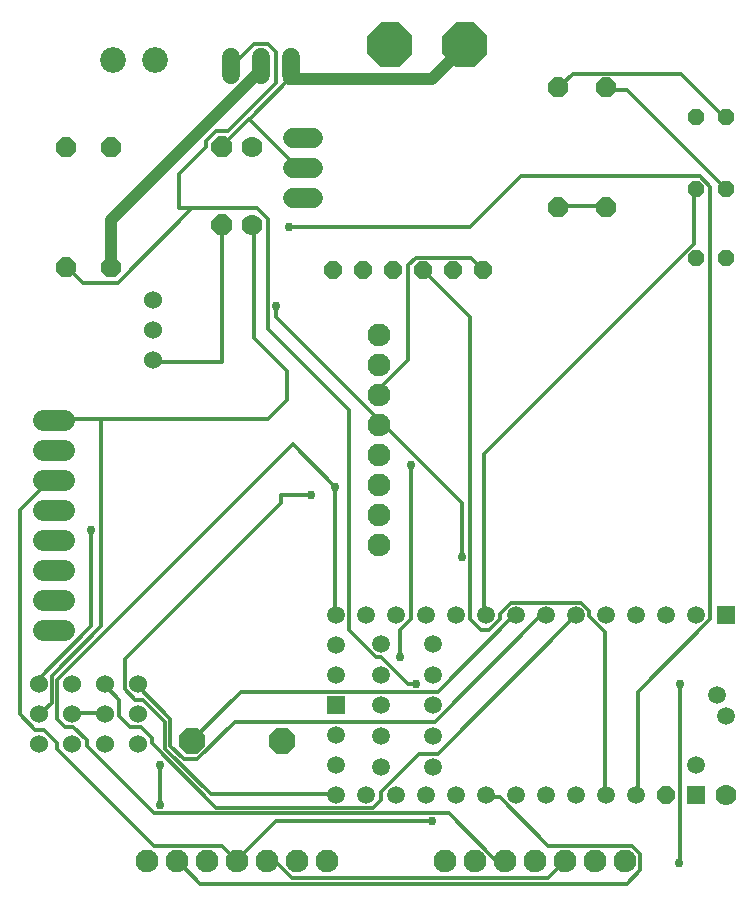
<source format=gbr>
G04 EAGLE Gerber RS-274X export*
G75*
%MOMM*%
%FSLAX34Y34*%
%LPD*%
%INBottom Copper*%
%IPPOS*%
%AMOC8*
5,1,8,0,0,1.08239X$1,22.5*%
G01*
%ADD10P,4.123906X8X22.500000*%
%ADD11P,1.429621X8X22.500000*%
%ADD12C,1.676400*%
%ADD13C,2.184400*%
%ADD14C,1.524000*%
%ADD15P,1.814519X8X292.500000*%
%ADD16P,1.814519X8X112.500000*%
%ADD17C,1.524000*%
%ADD18P,2.336880X8X202.500000*%
%ADD19R,1.508000X1.508000*%
%ADD20C,1.778000*%
%ADD21P,1.632244X8X292.500000*%
%ADD22C,1.508000*%
%ADD23C,1.930400*%
%ADD24C,1.778000*%
%ADD25P,1.649562X8X292.500000*%
%ADD26P,1.924489X8X202.500000*%
%ADD27C,0.304800*%
%ADD28C,1.016000*%
%ADD29C,0.756400*%


D10*
X388620Y855980D03*
X325120Y855980D03*
D11*
X584200Y734060D03*
X609600Y734060D03*
X584200Y675640D03*
X609600Y675640D03*
D12*
X259842Y777240D02*
X243078Y777240D01*
X243078Y751840D02*
X259842Y751840D01*
X259842Y726440D02*
X243078Y726440D01*
D13*
X91220Y843280D03*
X126220Y843280D03*
D14*
X190500Y845820D02*
X190500Y830580D01*
X215900Y830580D02*
X215900Y845820D01*
X241300Y845820D02*
X241300Y830580D01*
D15*
X50800Y769620D03*
X50800Y668020D03*
X88900Y769620D03*
X88900Y668020D03*
D16*
X508000Y718820D03*
X508000Y820420D03*
D11*
X584200Y795020D03*
X609600Y795020D03*
D17*
X27940Y264160D03*
X27940Y289560D03*
X27940Y314960D03*
X55880Y264160D03*
X55880Y289560D03*
X55880Y314960D03*
X83820Y264160D03*
X83820Y289560D03*
X83820Y314960D03*
X111760Y264160D03*
X111760Y289560D03*
X111760Y314960D03*
D18*
X233680Y266700D03*
X157480Y266700D03*
D19*
X609600Y373380D03*
X279400Y297180D03*
X584200Y220980D03*
D20*
X609600Y220980D03*
D21*
X558800Y220980D03*
D22*
X279400Y322580D03*
X279400Y347980D03*
X279400Y271780D03*
X279400Y246380D03*
X279400Y220980D03*
X279400Y373380D03*
X584200Y373380D03*
X558800Y373380D03*
X533400Y373380D03*
X508000Y373380D03*
X482600Y373380D03*
X457200Y373380D03*
X431800Y373380D03*
X406400Y373380D03*
X381000Y373380D03*
X355600Y373380D03*
X330200Y373380D03*
X304800Y373380D03*
X584200Y246380D03*
X304800Y220980D03*
X330200Y220980D03*
X355600Y220980D03*
X381000Y220980D03*
X406400Y220980D03*
X431800Y220980D03*
X457200Y220980D03*
X482600Y220980D03*
X508000Y220980D03*
X533400Y220980D03*
X317500Y245110D03*
X317500Y271145D03*
X317500Y297180D03*
X317500Y323215D03*
X317500Y349250D03*
X361950Y245110D03*
X361950Y271145D03*
X361950Y297180D03*
X361950Y323215D03*
X361950Y349250D03*
X609600Y288180D03*
X602000Y306180D03*
D23*
X524510Y165100D03*
X499110Y165100D03*
X473710Y165100D03*
X448310Y165100D03*
X422910Y165100D03*
X397510Y165100D03*
X372110Y165100D03*
X195580Y165100D03*
X220980Y165100D03*
X170180Y165100D03*
X144780Y165100D03*
X246380Y165100D03*
X271780Y165100D03*
X119380Y165100D03*
D24*
X49530Y462280D02*
X31750Y462280D01*
X31750Y436880D02*
X49530Y436880D01*
X49530Y487680D02*
X31750Y487680D01*
X31750Y513080D02*
X49530Y513080D01*
X49530Y538480D02*
X31750Y538480D01*
X31750Y411480D02*
X49530Y411480D01*
X49530Y386080D02*
X31750Y386080D01*
X31750Y360680D02*
X49530Y360680D01*
D25*
X403860Y665480D03*
X378460Y665480D03*
X353060Y665480D03*
X327660Y665480D03*
X302260Y665480D03*
X276860Y665480D03*
D17*
X124460Y589280D03*
X124460Y614680D03*
X124460Y640080D03*
D26*
X182880Y703580D03*
D20*
X208280Y703580D03*
D26*
X182880Y769620D03*
D20*
X208280Y769620D03*
D16*
X467360Y718820D03*
X467360Y820420D03*
D23*
X316010Y534190D03*
X316010Y508790D03*
X316010Y483390D03*
X316010Y457990D03*
X316010Y559590D03*
X316010Y584990D03*
X316010Y610390D03*
X316010Y432590D03*
D27*
X228600Y164592D02*
X221742Y164592D01*
X228600Y164592D02*
X242316Y150876D01*
X459486Y150876D01*
X473710Y165100D01*
X221742Y164592D02*
X220980Y165100D01*
X182880Y587502D02*
X125730Y587502D01*
X124460Y589280D01*
X468630Y720090D02*
X507492Y720090D01*
X508000Y718820D01*
X468630Y720090D02*
X467360Y718820D01*
X240030Y827442D02*
X240030Y827794D01*
X240030Y832104D01*
X240030Y836676D01*
X205740Y793242D02*
X182880Y770382D01*
X205740Y793242D02*
X205976Y793478D01*
X205785Y793197D02*
X205526Y792938D01*
X205785Y793197D02*
X240030Y827442D01*
X240030Y836676D02*
X241300Y838200D01*
X182880Y770382D02*
X182880Y769620D01*
X247614Y751840D02*
X251460Y751840D01*
X247614Y751840D02*
X205976Y793478D01*
D28*
X387836Y854964D02*
X388620Y854964D01*
X387836Y854964D02*
X360666Y827794D01*
X240030Y827794D01*
D27*
X388620Y854964D02*
X388620Y855980D01*
X241300Y838200D02*
X240030Y832104D01*
X182880Y703580D02*
X182880Y587502D01*
X317754Y566928D02*
X317754Y560070D01*
X317754Y566928D02*
X340614Y589788D01*
X340614Y669798D01*
X347112Y676296D01*
X393552Y676296D01*
X402336Y667512D01*
X317754Y560070D02*
X316010Y559590D01*
X403860Y665480D02*
X402336Y667512D01*
X205785Y793197D02*
X205740Y793242D01*
X509778Y818388D02*
X525780Y818388D01*
X608076Y736092D01*
X509778Y818388D02*
X508000Y820420D01*
X608076Y736092D02*
X609600Y734060D01*
X582930Y733806D02*
X582930Y688086D01*
X404622Y509778D01*
X404622Y374904D01*
X582930Y733806D02*
X584200Y734060D01*
X404622Y374904D02*
X406400Y373380D01*
X361188Y198882D02*
X228600Y198882D01*
X196596Y166878D01*
X195580Y165100D01*
X11906Y462782D02*
X33927Y484803D01*
X11906Y462782D02*
X11906Y289846D01*
X25146Y276606D01*
X32004Y276606D01*
X43434Y265176D01*
X43434Y260604D01*
X125730Y178308D01*
X182880Y178308D01*
X194310Y166878D01*
X40640Y487680D02*
X33927Y484803D01*
X194310Y166878D02*
X195580Y165100D01*
D29*
X361188Y198882D03*
D27*
X406908Y219456D02*
X418338Y219456D01*
X459486Y178308D01*
X530352Y178308D01*
X537210Y171450D01*
X537210Y157734D01*
X525780Y146304D01*
X164592Y146304D01*
X146304Y164592D01*
X406400Y220980D02*
X406908Y219456D01*
X146304Y164592D02*
X144780Y165100D01*
X130302Y212598D02*
X130302Y246888D01*
D29*
X130302Y246888D03*
X130302Y212598D03*
D27*
X233172Y468630D02*
X233172Y475488D01*
X233172Y468630D02*
X100584Y336042D01*
X100584Y310896D01*
X109728Y301752D01*
X116586Y301752D01*
X134874Y283464D01*
X134874Y260604D01*
X173736Y221742D01*
X278892Y221742D01*
X279400Y220980D01*
X258318Y475488D02*
X233172Y475488D01*
D29*
X258318Y475488D03*
D27*
X278892Y482346D02*
X278892Y374904D01*
X278892Y482346D02*
X242839Y518399D01*
X278892Y374904D02*
X279400Y373380D01*
X413766Y166878D02*
X422910Y166878D01*
X413766Y166878D02*
X374904Y205740D01*
X125730Y205740D01*
X68580Y262890D01*
X68580Y267462D01*
X57150Y278892D01*
X50292Y278892D01*
X43434Y285750D01*
X43434Y318994D01*
X242839Y518399D01*
X422910Y166878D02*
X422910Y165100D01*
D29*
X278892Y482346D03*
D27*
X228600Y626364D02*
X228600Y635508D01*
X228600Y626364D02*
X386334Y468630D01*
X386334Y422910D01*
X27940Y314960D02*
X25508Y317392D01*
D29*
X72094Y445498D03*
X228600Y635508D03*
X386334Y422910D03*
D27*
X72094Y445498D02*
X72094Y363978D01*
X25508Y317392D01*
X365760Y256032D02*
X482346Y372618D01*
X365760Y256032D02*
X349758Y256032D01*
X317618Y223892D01*
X317618Y217034D01*
X310896Y210312D01*
X178308Y210312D01*
X123444Y265176D01*
X123444Y269748D01*
X114300Y278892D01*
X105156Y278892D01*
X96012Y288036D01*
X96012Y301752D01*
X84582Y313182D01*
X482346Y372618D02*
X482600Y373380D01*
X84582Y313182D02*
X83820Y314960D01*
D29*
X570220Y163600D03*
X570580Y315340D03*
D27*
X570628Y315292D01*
X570628Y164008D01*
X570220Y163600D01*
X457200Y372618D02*
X452628Y372618D01*
X363474Y283464D01*
X194310Y283464D01*
X162306Y251460D01*
X150876Y251460D01*
X139446Y262890D01*
X139446Y285750D01*
X112014Y313182D01*
X457200Y372618D02*
X457200Y373380D01*
X111760Y314960D02*
X112014Y313182D01*
X214884Y834102D02*
X214884Y836676D01*
D28*
X214884Y834102D02*
X89154Y708372D01*
X89154Y669798D01*
D27*
X214884Y836676D02*
X215900Y838200D01*
X89154Y669798D02*
X88900Y668020D01*
X340614Y315468D02*
X347472Y315468D01*
X340614Y315468D02*
X317754Y338328D01*
X313182Y338328D01*
X290322Y361188D01*
X290322Y546854D01*
X221742Y615434D01*
X221742Y708660D01*
X212384Y718018D01*
X158132Y718038D02*
X147124Y718038D01*
X158112Y718018D02*
X212384Y718018D01*
X158112Y718018D02*
X95036Y654942D01*
X158112Y718018D02*
X158132Y718038D01*
X95036Y654942D02*
X65148Y654942D01*
X52578Y667512D01*
X50800Y668020D01*
X192024Y838962D02*
X210312Y857250D01*
X221742Y857250D01*
X228600Y850392D01*
X228600Y824409D01*
X169470Y769662D02*
X147124Y747316D01*
X169470Y769662D02*
X169470Y775130D01*
X178090Y783750D01*
X187850Y783750D01*
X228600Y824409D01*
X147124Y747316D02*
X147124Y718038D01*
X190500Y838200D02*
X192024Y838962D01*
D29*
X347472Y315468D03*
D27*
X365760Y308610D02*
X429768Y372618D01*
X365760Y308610D02*
X198882Y308610D01*
X157734Y267462D01*
X429768Y372618D02*
X431800Y373380D01*
X157734Y267462D02*
X157480Y266700D01*
X221742Y539496D02*
X81102Y539496D01*
X41148Y539496D01*
X221742Y539496D02*
X237744Y555498D01*
X41148Y539496D02*
X40640Y538480D01*
X57150Y290322D02*
X82296Y290322D01*
X57150Y290322D02*
X55880Y289560D01*
X82296Y290322D02*
X83820Y289560D01*
X81102Y364710D02*
X81102Y539496D01*
X81102Y364710D02*
X38862Y322470D01*
X38862Y299466D01*
X29718Y290322D01*
X27940Y289560D01*
X210312Y608076D02*
X210312Y701802D01*
X210312Y608076D02*
X237744Y580644D01*
X237744Y555498D01*
X210312Y701802D02*
X208280Y703580D01*
X507492Y358902D02*
X507492Y221742D01*
X507492Y358902D02*
X493776Y372618D01*
X493776Y377190D01*
X486918Y384048D01*
X427482Y384048D01*
X418338Y374904D01*
X418338Y370332D01*
X409194Y361188D01*
X402336Y361188D01*
X393192Y370332D01*
X393192Y626364D01*
X354330Y665226D01*
X507492Y221742D02*
X508000Y220980D01*
X354330Y665226D02*
X353060Y665480D01*
X333756Y361188D02*
X333756Y338328D01*
X333756Y361188D02*
X342900Y370332D01*
X342900Y500634D01*
D29*
X333756Y338328D03*
X342900Y500634D03*
D27*
X534924Y308610D02*
X534924Y221742D01*
X534924Y308610D02*
X596646Y370332D01*
X596646Y736092D01*
X587502Y745236D01*
X436626Y745236D01*
X393192Y701802D01*
X240030Y701802D01*
X533400Y220980D02*
X534924Y221742D01*
D29*
X240030Y701802D03*
D27*
X571676Y832104D02*
X608340Y795440D01*
X571676Y832104D02*
X480060Y832104D01*
X468630Y820674D01*
X608340Y795440D02*
X609600Y795020D01*
X468630Y820674D02*
X467360Y820420D01*
M02*

</source>
